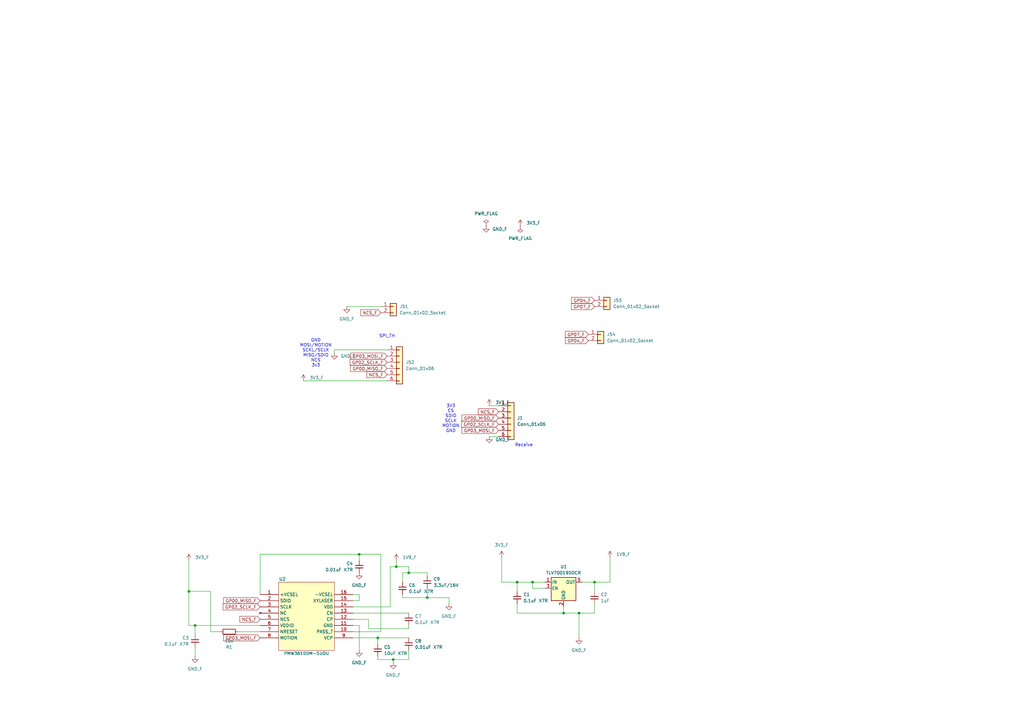
<source format=kicad_sch>
(kicad_sch (version 20250114) (generator "eeschema") (generator_version "9.0")
  (paper "A3")
  (lib_symbols
    (symbol "Connector_Generic:Conn_01x02" (pin_names (offset 1.016) (hide yes))
      (property "Reference" "J" (at 0 2.54 0))
      (property "Value" "Conn_01x02" (at 0 -5.08 0))
      (symbol "Conn_01x02_1_1"
        (rectangle (start -1.27 1.27) (end 1.27 -3.81) (stroke (width 0.254)) (fill (type background)))
        (rectangle (start -1.27 0.127) (end 0 -0.127) (stroke (width 0.1524)))
        (rectangle (start -1.27 -2.413) (end 0 -2.667) (stroke (width 0.1524)))
        (pin passive line (at -5.08 0 0) (length 3.81) (name "Pin_1") (number "1"))
        (pin passive line (at -5.08 -2.54 0) (length 3.81) (name "Pin_2") (number "2"))
      )
    )
    (symbol "Connector_Generic:Conn_01x06" (pin_names (offset 1.016) (hide yes))
      (property "Reference" "J" (at 0 7.62 0))
      (property "Value" "Conn_01x06" (at 0 -10.16 0))
      (symbol "Conn_01x06_1_1"
        (rectangle (start -1.27 6.35) (end 1.27 -8.89) (stroke (width 0.254)) (fill (type background)))
        (rectangle (start -1.27 5.207) (end 0 4.953) (stroke (width 0.1524)))
        (rectangle (start -1.27 2.667) (end 0 2.413) (stroke (width 0.1524)))
        (rectangle (start -1.27 0.127) (end 0 -0.127) (stroke (width 0.1524)))
        (rectangle (start -1.27 -2.413) (end 0 -2.667) (stroke (width 0.1524)))
        (rectangle (start -1.27 -4.953) (end 0 -5.207) (stroke (width 0.1524)))
        (rectangle (start -1.27 -7.493) (end 0 -7.747) (stroke (width 0.1524)))
        (pin passive line (at -5.08 5.08 0) (length 3.81) (name "Pin_1") (number "1"))
        (pin passive line (at -5.08 2.54 0) (length 3.81) (name "Pin_2") (number "2"))
        (pin passive line (at -5.08 0 0) (length 3.81) (name "Pin_3") (number "3"))
        (pin passive line (at -5.08 -2.54 0) (length 3.81) (name "Pin_4") (number "4"))
        (pin passive line (at -5.08 -5.08 0) (length 3.81) (name "Pin_5") (number "5"))
        (pin passive line (at -5.08 -7.62 0) (length 3.81) (name "Pin_6") (number "6"))
      )
    )
    (symbol "Device:C_Small" (pin_numbers (hide yes)) (pin_names (offset 0.254) (hide yes))
      (property "Reference" "C" (at 0.254 1.778 0))
      (property "Value" "C_Small" (at 0.254 -2.032 0))
      (symbol "C_Small_0_1"
        (polyline (pts (xy -1.524 0.508) (xy 1.524 0.508)) (stroke (width 0.3048)))
        (polyline (pts (xy -1.524 -0.508) (xy 1.524 -0.508)) (stroke (width 0.3302)))
      )
      (symbol "C_Small_1_1"
        (pin passive line (at 0 2.54 270) (length 2.032) (name "~") (number "1"))
        (pin passive line (at 0 -2.54 90) (length 2.032) (name "~") (number "2"))
      )
    )
    (symbol "Device:R" (pin_numbers (hide yes)) (pin_names (offset 0))
      (property "Reference" "R" (at 2.032 0 90))
      (property "Value" "R" (at 0 0 90))
      (symbol "R_0_1"
        (rectangle (start -1.016 -2.54) (end 1.016 2.54) (stroke (width 0.254)))
      )
      (symbol "R_1_1"
        (pin passive line (at 0 3.81 270) (length 1.27) (name "~") (number "1"))
        (pin passive line (at 0 -3.81 90) (length 1.27) (name "~") (number "2"))
      )
    )
    (symbol "Regulator_Linear:TLV70019_SOT23-5" (pin_names (offset 0.254))
      (property "Reference" "U" (at -3.81 5.715 0))
      (property "Value" "TLV70019_SOT23-5" (at 0 5.715 0))
      (symbol "TLV70019_SOT23-5_0_1"
        (rectangle (start -5.08 4.445) (end 5.08 -5.08) (stroke (width 0.254)) (fill (type background)))
      )
      (symbol "TLV70019_SOT23-5_1_1"
        (pin power_in line (at -7.62 2.54 0) (length 2.54) (name "IN") (number "1"))
        (pin input line (at -7.62 0 0) (length 2.54) (name "EN") (number "3"))
        (pin power_in line (at 0 -7.62 90) (length 2.54) (name "GND") (number "2"))
        (pin no_connect line (at 5.08 0 180) (length 2.54) (hide yes) (name "NC") (number "4"))
        (pin power_out line (at 7.62 2.54 180) (length 2.54) (name "OUT") (number "5"))
      )
    )
    (symbol "power:+1V8" (power) (pin_numbers (hide yes)) (pin_names (offset 0) (hide yes))
      (property "Value" "+1V8" (at 0 3.556 0))
      (symbol "+1V8_0_1"
        (polyline (pts (xy -0.762 1.27) (xy 0 2.54)))
        (polyline (pts (xy 0 2.54) (xy 0.762 1.27)))
        (polyline (pts (xy 0 0) (xy 0 2.54)))
      )
      (symbol "+1V8_1_1"
        (pin power_in line (at 0 0 90) (length 0) (name "~") (number "1"))
      )
    )
    (symbol "power:+3.3V" (power) (pin_numbers (hide yes)) (pin_names (offset 0) (hide yes))
      (property "Value" "+3.3V" (at 0 3.556 0))
      (symbol "+3.3V_0_1"
        (polyline (pts (xy -0.762 1.27) (xy 0 2.54)))
        (polyline (pts (xy 0 2.54) (xy 0.762 1.27)))
        (polyline (pts (xy 0 0) (xy 0 2.54)))
      )
      (symbol "+3.3V_1_1"
        (pin power_in line (at 0 0 90) (length 0) (name "~") (number "1"))
      )
    )
    (symbol "power:GND" (power) (pin_numbers (hide yes)) (pin_names (offset 0) (hide yes))
      (property "Value" "GND" (at 0 -3.81 0))
      (symbol "GND_0_1"
        (polyline (pts (xy 0 0) (xy 0 -1.27) (xy 1.27 -1.27) (xy 0 -2.54) (xy -1.27 -1.27) (xy 0 -1.27)))
      )
      (symbol "GND_1_1"
        (pin power_in line (at 0 0 270) (length 0) (name "~") (number "1"))
      )
    )
    (symbol "power:PWR_FLAG" (power) (pin_numbers (hide yes)) (pin_names (offset 0) (hide yes))
      (property "Value" "PWR_FLAG" (at 0 3.81 0))
      (symbol "PWR_FLAG_0_0"
        (pin power_out line (at 0 0 90) (length 0) (name "~") (number "1"))
      )
      (symbol "PWR_FLAG_0_1"
        (polyline (pts (xy 0 0) (xy 0 1.27) (xy -1.016 1.905) (xy 0 2.54) (xy 1.016 1.905) (xy 0 1.27)))
      )
    )
    (symbol "power:VCC" (power) (pin_numbers (hide yes)) (pin_names (offset 0) (hide yes))
      (property "Value" "VCC" (at 0 3.556 0))
      (symbol "VCC_0_1"
        (polyline (pts (xy -0.762 1.27) (xy 0 2.54)))
        (polyline (pts (xy 0 2.54) (xy 0.762 1.27)))
        (polyline (pts (xy 0 0) (xy 0 2.54)))
      )
      (symbol "VCC_1_1"
        (pin power_in line (at 0 0 90) (length 0) (name "~") (number "1"))
      )
    )
    (symbol "seiboku-symbols:PMW3610-SUDU"
      (property "Reference" "U" (at -10.668 15.24 0))
      (symbol "PMW3610-SUDU_1_0"
        (rectangle (start -11.43 13.97) (end 11.43 -13.97) (fill (type background)))
      )
      (symbol "PMW3610-SUDU_1_1"
        (pin power_in line (at -19.05 8.89 0) (length 7.62) (name "+VCSEL") (number "1"))
        (pin bidirectional line (at -19.05 6.35 0) (length 7.62) (name "SDIO") (number "2"))
        (pin input line (at -19.05 3.81 0) (length 7.62) (name "SCLK") (number "3"))
        (pin no_connect line (at -19.05 1.27 0) (length 7.62) (name "NC") (number "4"))
        (pin input line (at -19.05 -1.27 0) (length 7.62) (name "NCS") (number "5"))
        (pin power_in line (at -19.05 -3.81 0) (length 7.62) (name "VDDIO") (number "6"))
        (pin input line (at -19.05 -6.35 0) (length 7.62) (name "NRESET") (number "7"))
        (pin output line (at -19.05 -8.89 0) (length 7.62) (name "MOTION") (number "8"))
        (pin power_in line (at 19.05 8.89 180) (length 7.62) (name "-VCSEL") (number "16"))
        (pin power_in line (at 19.05 6.35 180) (length 7.62) (name "XYLASER") (number "15"))
        (pin power_in line (at 19.05 3.81 180) (length 7.62) (name "VDD") (number "14"))
        (pin power_in line (at 19.05 1.27 180) (length 7.62) (name "CN") (number "13"))
        (pin power_out line (at 19.05 -1.27 180) (length 7.62) (name "CP") (number "12"))
        (pin power_in line (at 19.05 -3.81 180) (length 7.62) (name "GND") (number "11"))
        (pin power_in line (at 19.05 -6.35 180) (length 7.62) (name "PASS_T") (number "10"))
        (pin power_out line (at 19.05 -8.89 180) (length 7.62) (name "VCP") (number "9"))
      )
    )
  )
  (text "SPI_TH" (at 158.75 137.922 0) (effects (font (size 1.27 1.27))))
  (text "Receive" (at 214.884 182.626 0) (effects (font (size 1.27 1.27))))
  (text "3V3\nCS\nSDIO\nSCLK\nMOTION\nGND" (at 184.912 171.704 0) (effects (font (size 1.27 1.27))))
  (text "GND\nMOSI/MOTION\nSCKL/SCLK\nMISO/SDIO\nNCS\n3v3" (at 129.54 144.78 0) (effects (font (size 1.27 1.27))))
  (junction (at 231.14 251.46))
  (junction (at 243.84 238.76))
  (junction (at 162.56 232.41))
  (junction (at 147.32 227.33))
  (junction (at 161.29 270.51))
  (junction (at 77.47 242.57))
  (junction (at 212.09 238.76))
  (junction (at 237.49 251.46))
  (junction (at 218.44 238.76))
  (junction (at 80.01 256.54))
  (junction (at 167.64 234.95))
  (junction (at 154.94 261.62))
  (junction (at 175.26 245.11))
  (wire (pts (xy 160.02 232.41) (xy 162.56 232.41)))
  (wire (pts (xy 147.32 256.54) (xy 147.32 266.7)))
  (wire (pts (xy 161.29 270.51) (xy 167.64 270.51)))
  (wire (pts (xy 167.64 257.81) (xy 167.64 256.54)))
  (wire (pts (xy 156.21 259.08) (xy 144.78 259.08)))
  (wire (pts (xy 175.26 241.3) (xy 175.26 245.11)))
  (wire (pts (xy 243.84 247.65) (xy 243.84 251.46)))
  (wire (pts (xy 151.13 254) (xy 144.78 254)))
  (wire (pts (xy 77.47 242.57) (xy 77.47 256.54)))
  (wire (pts (xy 167.64 270.51) (xy 167.64 266.7)))
  (wire (pts (xy 223.52 238.76) (xy 218.44 238.76)))
  (wire (pts (xy 212.09 238.76) (xy 212.09 242.57)))
  (wire (pts (xy 175.26 245.11) (xy 184.15 245.11)))
  (wire (pts (xy 80.01 256.54) (xy 106.68 256.54)))
  (wire (pts (xy 158.75 143.51) (xy 137.16 143.51)))
  (wire (pts (xy 106.68 243.84) (xy 106.68 227.33)))
  (wire (pts (xy 218.44 241.3) (xy 218.44 238.76)))
  (wire (pts (xy 250.19 238.76) (xy 250.19 228.6)))
  (wire (pts (xy 147.32 227.33) (xy 147.32 229.87)))
  (wire (pts (xy 162.56 232.41) (xy 167.64 232.41)))
  (wire (pts (xy 161.29 270.51) (xy 161.29 271.78)))
  (wire (pts (xy 212.09 247.65) (xy 212.09 251.46)))
  (wire (pts (xy 86.36 242.57) (xy 77.47 242.57)))
  (wire (pts (xy 162.56 229.87) (xy 162.56 232.41)))
  (wire (pts (xy 223.52 241.3) (xy 218.44 241.3)))
  (wire (pts (xy 184.15 247.65) (xy 184.15 245.11)))
  (wire (pts (xy 167.64 234.95) (xy 165.1 234.95)))
  (wire (pts (xy 165.1 234.95) (xy 165.1 238.76)))
  (wire (pts (xy 151.13 257.81) (xy 151.13 254)))
  (wire (pts (xy 218.44 238.76) (xy 212.09 238.76)))
  (wire (pts (xy 144.78 248.92) (xy 160.02 248.92)))
  (wire (pts (xy 97.79 259.08) (xy 106.68 259.08)))
  (wire (pts (xy 156.21 227.33) (xy 156.21 259.08)))
  (wire (pts (xy 165.1 243.84) (xy 165.1 245.11)))
  (wire (pts (xy 147.32 243.84) (xy 147.32 246.38)))
  (wire (pts (xy 167.64 234.95) (xy 175.26 234.95)))
  (wire (pts (xy 90.17 259.08) (xy 86.36 259.08)))
  (wire (pts (xy 144.78 243.84) (xy 147.32 243.84)))
  (wire (pts (xy 106.68 227.33) (xy 147.32 227.33)))
  (wire (pts (xy 160.02 248.92) (xy 160.02 232.41)))
  (wire (pts (xy 231.14 251.46) (xy 231.14 248.92)))
  (wire (pts (xy 237.49 251.46) (xy 237.49 261.62)))
  (wire (pts (xy 204.47 166.37) (xy 200.66 166.37)))
  (wire (pts (xy 77.47 256.54) (xy 80.01 256.54)))
  (wire (pts (xy 243.84 251.46) (xy 237.49 251.46)))
  (wire (pts (xy 144.78 251.46) (xy 167.64 251.46)))
  (wire (pts (xy 137.16 143.51) (xy 137.16 144.78)))
  (wire (pts (xy 154.94 269.24) (xy 154.94 270.51)))
  (wire (pts (xy 144.78 261.62) (xy 154.94 261.62)))
  (wire (pts (xy 167.64 257.81) (xy 151.13 257.81)))
  (wire (pts (xy 80.01 256.54) (xy 80.01 260.35)))
  (wire (pts (xy 147.32 246.38) (xy 144.78 246.38)))
  (wire (pts (xy 124.46 156.21) (xy 158.75 156.21)))
  (wire (pts (xy 200.66 179.07) (xy 204.47 179.07)))
  (wire (pts (xy 238.76 238.76) (xy 243.84 238.76)))
  (wire (pts (xy 167.64 232.41) (xy 167.64 234.95)))
  (wire (pts (xy 231.14 251.46) (xy 237.49 251.46)))
  (wire (pts (xy 142.24 125.73) (xy 156.21 125.73)))
  (wire (pts (xy 205.74 238.76) (xy 205.74 228.6)))
  (wire (pts (xy 212.09 251.46) (xy 231.14 251.46)))
  (wire (pts (xy 86.36 259.08) (xy 86.36 242.57)))
  (wire (pts (xy 243.84 238.76) (xy 250.19 238.76)))
  (wire (pts (xy 80.01 265.43) (xy 80.01 269.24)))
  (wire (pts (xy 175.26 236.22) (xy 175.26 234.95)))
  (wire (pts (xy 243.84 238.76) (xy 243.84 242.57)))
  (wire (pts (xy 77.47 229.87) (xy 77.47 242.57)))
  (wire (pts (xy 154.94 270.51) (xy 161.29 270.51)))
  (wire (pts (xy 212.09 238.76) (xy 205.74 238.76)))
  (wire (pts (xy 165.1 245.11) (xy 175.26 245.11)))
  (wire (pts (xy 144.78 256.54) (xy 147.32 256.54)))
  (wire (pts (xy 154.94 261.62) (xy 154.94 264.16)))
  (wire (pts (xy 154.94 261.62) (xy 167.64 261.62)))
  (wire (pts (xy 147.32 227.33) (xy 156.21 227.33)))
  (global_label "NCS_F" (shape input) (at 106.68 254 180) (property "Intersheetrefs" "${INTERSHEET_REFS}" (effects (hide yes))))
  (global_label "GP04_F" (shape input) (at 243.84 123.19 180) (property "Intersheetrefs" "${INTERSHEET_REFS}" (effects (hide yes))))
  (global_label "GP03_MOSI_F" (shape input) (at 204.47 176.53 180) (property "Intersheetrefs" "${INTERSHEET_REFS}" (effects (hide yes))))
  (global_label "GP03_MOSI_F" (shape input) (at 106.68 261.62 180) (property "Intersheetrefs" "${INTERSHEET_REFS}" (effects (hide yes))))
  (global_label "GP02_SCLK_F" (shape input) (at 158.75 148.59 180) (property "Intersheetrefs" "${INTERSHEET_REFS}" (effects (hide yes))))
  (global_label "GP02_SCLK_F" (shape input) (at 106.68 248.92 180) (property "Intersheetrefs" "${INTERSHEET_REFS}" (effects (hide yes))))
  (global_label "GP00_MISO_F" (shape input) (at 158.75 151.13 180) (property "Intersheetrefs" "${INTERSHEET_REFS}" (effects (hide yes))))
  (global_label "GP00_MISO_F" (shape input) (at 106.68 246.38 180) (property "Intersheetrefs" "${INTERSHEET_REFS}" (effects (hide yes))))
  (global_label "NCS_F" (shape input) (at 156.21 128.27 180) (property "Intersheetrefs" "${INTERSHEET_REFS}" (effects (hide yes))))
  (global_label "GP07_F" (shape input) (at 243.84 125.73 180) (property "Intersheetrefs" "${INTERSHEET_REFS}" (effects (hide yes))))
  (global_label "GP04_F" (shape input) (at 241.3 139.7 180) (property "Intersheetrefs" "${INTERSHEET_REFS}" (effects (hide yes))))
  (global_label "NCS_F" (shape input) (at 158.75 153.67 180) (property "Intersheetrefs" "${INTERSHEET_REFS}" (effects (hide yes))))
  (global_label "GP07_F" (shape input) (at 241.3 137.16 180) (property "Intersheetrefs" "${INTERSHEET_REFS}" (effects (hide yes))))
  (global_label "GP03_MOSI_F" (shape input) (at 158.75 146.05 180) (property "Intersheetrefs" "${INTERSHEET_REFS}" (effects (hide yes))))
  (global_label "GP02_SCLK_F" (shape input) (at 204.47 173.99 180) (property "Intersheetrefs" "${INTERSHEET_REFS}" (effects (hide yes))))
  (global_label "NCS_F" (shape input) (at 204.47 168.91 180) (property "Intersheetrefs" "${INTERSHEET_REFS}" (effects (hide yes))))
  (global_label "GP00_MISO_F" (shape input) (at 204.47 171.45 180) (property "Intersheetrefs" "${INTERSHEET_REFS}" (effects (hide yes))))
  (symbol (lib_id "Connector_Generic:Conn_01x02") (at 248.92 123.19 0) (unit 1)
    (property "Reference" "J53" (at 251.46 123.1899 0) (effects (justify left)))
    (property "Value" "Conn_01x02_Socket" (at 251.46 125.7299 0) (effects (justify left)))
    (property "Footprint" "Connector_PinHeader_2.54mm:PinHeader_1x02_P2.54mm_Horizontal" (effects (hide yes)))
    (property "Description" "Generic connector, single row, 01x02, script generated (kicad-library-utils/schlib/autogen/connector/)" (effects (hide yes)))
  )
  (symbol (lib_id "Device:C_Small") (at 243.84 245.11 0) (unit 1)
    (property "Reference" "C2" (at 246.38 243.8462 0) (effects (justify left)))
    (property "Value" "1uF" (at 246.38 246.3862 0) (effects (justify left)))
    (property "Footprint" "Capacitor_SMD:C_0805_2012Metric_Pad1.18x1.45mm_HandSolder" (effects (hide yes)))
    (property "Datasheet" "https://www.zaikostore.com/zaikostore/stockDetail?productIdOfHitotsukara=pr15192734&productName_forFind=MSASL219SB5105KTNA01+(LMK212BJ105KD-T)&typeStock_forFind=all" (effects (hide yes)))
    (property "Description" "Unpolarized capacitor, small symbol" (effects (hide yes)))
  )
  (symbol (lib_id "power:GND") (at 184.15 247.65 0) (unit 1)
    (property "Reference" "#PWR01" (effects (hide yes)))
    (property "Value" "GND_F" (at 184.15 252.73 0))
    (property "Description" "Power symbol creates a global label with name \"GND\" , ground" (effects (hide yes)))
  )
  (symbol (lib_id "Device:C_Small") (at 80.01 262.89 0) (mirror y) (unit 1)
    (property "Reference" "C3" (at 77.47 261.6262 0) (effects (justify left)))
    (property "Value" "0.1uF X7R" (at 77.47 264.1662 0) (effects (justify left)))
    (property "Footprint" "Capacitor_SMD:C_0805_2012Metric_Pad1.18x1.45mm_HandSolder" (effects (hide yes)))
    (property "Datasheet" "https://www.zaikostore.com/zaikostore/stockDetail?productIdOfHitotsukara=pr18030662&productName_forFind=C0805C104J5RACAUTO&typeStock_forFind=all" (effects (hide yes)))
    (property "Description" "Unpolarized capacitor, small symbol" (effects (hide yes)))
  )
  (symbol (lib_id "power:+3.3V") (at 77.47 229.87 0) (unit 1)
    (property "Reference" "#PWR08" (effects (hide yes)))
    (property "Value" "3V3_F" (at 80.01 228.5999 0) (effects (justify left)))
    (property "Description" "Power symbol creates a global label with name \"+3.3V\"" (effects (hide yes)))
  )
  (symbol (lib_id "Regulator_Linear:TLV70019_SOT23-5") (at 231.14 241.3 0) (unit 1)
    (property "Reference" "U1" (at 231.14 232.41 0))
    (property "Value" "TLV70019DDCR" (at 231.14 234.95 0))
    (property "Footprint" "Package_TO_SOT_SMD:SOT-23-5_HandSoldering" (effects (hide yes)))
    (property "Datasheet" "http://www.ti.com/lit/ds/symlink/tlv700.pdf" (effects (hide yes)))
    (property "Description" "200mA Low Dropout Voltage Regulator, Fixed Output 1.9V, SOT-23-5" (effects (hide yes)))
  )
  (symbol (lib_id "Device:C_Small") (at 147.32 232.41 0) (mirror y) (unit 1)
    (property "Reference" "C4" (at 144.78 231.1462 0) (effects (justify left)))
    (property "Value" "0.01uF X7R" (at 144.78 233.6862 0) (effects (justify left)))
    (property "Footprint" "Capacitor_SMD:C_0805_2012Metric_Pad1.18x1.45mm_HandSolder" (effects (hide yes)))
    (property "Datasheet" "https://www.zaikostore.com/zaikostore/stockDetail?stockID=st39583481&productIdOfHitotsukara=pr13857527&qtyProductAll=3450.0" (effects (hide yes)))
    (property "Description" "Unpolarized capacitor, small symbol" (effects (hide yes)))
  )
  (symbol (lib_id "Device:R") (at 93.98 259.08 270) (mirror x) (unit 1)
    (property "Reference" "R1" (at 93.98 265.43 90))
    (property "Value" "10k" (at 93.98 262.89 90))
    (property "Footprint" "Resistor_SMD:R_0805_2012Metric_Pad1.20x1.40mm_HandSolder" (effects (hide yes)))
    (property "Datasheet" "https://www.zaikostore.com/zaikostore/stockDetail?stockID=st49073235&productIdOfHitotsukara=pr4066689&qtyProductAll=118737.0" (effects (hide yes)))
    (property "Description" "Resistor" (effects (hide yes)))
  )
  (symbol (lib_id "power:GND") (at 147.32 234.95 0) (unit 1)
    (property "Reference" "#PWR010" (effects (hide yes)))
    (property "Value" "GND_F" (at 147.32 240.03 0))
    (property "Description" "Power symbol creates a global label with name \"GND\" , ground" (effects (hide yes)))
  )
  (symbol (lib_id "power:GND") (at 80.01 269.24 0) (unit 1)
    (property "Reference" "#PWR09" (effects (hide yes)))
    (property "Value" "GND_F" (at 80.01 274.32 0))
    (property "Description" "Power symbol creates a global label with name \"GND\" , ground" (effects (hide yes)))
  )
  (symbol (lib_id "power:GND") (at 147.32 266.7 0) (unit 1)
    (property "Reference" "#PWR011" (effects (hide yes)))
    (property "Value" "GND_F" (at 147.32 271.78 0))
    (property "Description" "Power symbol creates a global label with name \"GND\" , ground" (effects (hide yes)))
  )
  (symbol (lib_id "power:GND") (at 199.39 92.71 0) (unit 1)
    (property "Reference" "#PWR06" (effects (hide yes)))
    (property "Value" "GND_F" (at 201.93 93.9799 0) (effects (justify left)))
    (property "Description" "Power symbol creates a global label with name \"GND\" , ground" (effects (hide yes)))
  )
  (symbol (lib_id "Connector_Generic:Conn_01x06") (at 163.83 148.59 0) (unit 1)
    (property "Reference" "J52" (at 166.37 148.5899 0) (effects (justify left)))
    (property "Value" "Conn_01x06" (at 166.37 151.1299 0) (effects (justify left)))
    (property "Footprint" "Connector_PinHeader_2.54mm:PinHeader_1x06_P2.54mm_Horizontal" (effects (hide yes)))
    (property "Description" "Generic connector, single row, 01x06, script generated (kicad-library-utils/schlib/autogen/connector/)" (effects (hide yes)))
  )
  (symbol (lib_id "Connector_Generic:Conn_01x02") (at 161.29 125.73 0) (unit 1)
    (property "Reference" "J51" (at 163.83 125.7299 0) (effects (justify left)))
    (property "Value" "Conn_01x02_Socket" (at 163.83 128.2699 0) (effects (justify left)))
    (property "Footprint" "Connector_PinHeader_2.54mm:PinHeader_1x02_P2.54mm_Horizontal" (effects (hide yes)))
    (property "Description" "Generic connector, single row, 01x02, script generated (kicad-library-utils/schlib/autogen/connector/)" (effects (hide yes)))
  )
  (symbol (lib_id "Device:C_Small") (at 167.64 254 0) (unit 1)
    (property "Reference" "C7" (at 170.18 252.7362 0) (effects (justify left)))
    (property "Value" "0.1uF X7R" (at 170.18 255.2762 0) (effects (justify left)))
    (property "Footprint" "Capacitor_SMD:C_0805_2012Metric_Pad1.18x1.45mm_HandSolder" (effects (hide yes)))
    (property "Datasheet" "https://www.zaikostore.com/zaikostore/stockDetail?productIdOfHitotsukara=pr18030662&productName_forFind=C0805C104J5RACAUTO&typeStock_forFind=all" (effects (hide yes)))
    (property "Description" "Unpolarized capacitor, small symbol" (effects (hide yes)))
  )
  (symbol (lib_id "power:GND") (at 237.49 261.62 0) (unit 1)
    (property "Reference" "#PWR03" (effects (hide yes)))
    (property "Value" "GND_F" (at 237.49 266.7 0))
    (property "Description" "Power symbol creates a global label with name \"GND\" , ground" (effects (hide yes)))
  )
  (symbol (lib_id "power:+1V8") (at 250.19 228.6 0) (unit 1)
    (property "Reference" "#PWR05" (effects (hide yes)))
    (property "Value" "1V9_F" (at 252.73 227.3299 0) (effects (justify left)))
    (property "Description" "Power symbol creates a global label with name \"+1V8\"" (effects (hide yes)))
  )
  (symbol (lib_id "Device:C_Small") (at 212.09 245.11 0) (unit 1)
    (property "Reference" "C1" (at 214.63 243.8462 0) (effects (justify left)))
    (property "Value" "0.1uF X7R" (at 214.63 246.3862 0) (effects (justify left)))
    (property "Footprint" "Capacitor_SMD:C_0805_2012Metric_Pad1.18x1.45mm_HandSolder" (effects (hide yes)))
    (property "Datasheet" "https://www.zaikostore.com/zaikostore/stockDetail?productIdOfHitotsukara=pr18030662&productName_forFind=C0805C104J5RACAUTO&typeStock_forFind=all" (effects (hide yes)))
    (property "Description" "Unpolarized capacitor, small symbol" (effects (hide yes)))
  )
  (symbol (lib_id "power:+3.3V") (at 205.74 228.6 0) (unit 1)
    (property "Reference" "#PWR02" (effects (hide yes)))
    (property "Value" "3V3_F" (at 205.74 223.52 0))
    (property "Description" "Power symbol creates a global label with name \"+3.3V\"" (effects (hide yes)))
  )
  (symbol (lib_id "Connector_Generic:Conn_01x02") (at 246.38 137.16 0) (unit 1)
    (property "Reference" "J54" (at 248.92 137.1599 0) (effects (justify left)))
    (property "Value" "Conn_01x02_Socket" (at 248.92 139.6999 0) (effects (justify left)))
    (property "Footprint" "Connector_PinHeader_2.54mm:PinHeader_1x02_P2.54mm_Horizontal" (effects (hide yes)))
    (property "Description" "Generic connector, single row, 01x02, script generated (kicad-library-utils/schlib/autogen/connector/)" (effects (hide yes)))
  )
  (symbol (lib_id "Device:C_Small") (at 154.94 266.7 0) (unit 1)
    (property "Reference" "C5" (at 157.48 265.4362 0) (effects (justify left)))
    (property "Value" "10uF X7R" (at 157.48 267.9762 0) (effects (justify left)))
    (property "Footprint" "Capacitor_SMD:C_0805_2012Metric_Pad1.18x1.45mm_HandSolder" (effects (hide yes)))
    (property "Datasheet" "https://www.zaikostore.com/zaikostore/stockDetail?stockID=st47356945&productIdOfHitotsukara=pr15192624&qtyProductAll=8270.0" (effects (hide yes)))
    (property "Description" "Unpolarized capacitor, small symbol" (effects (hide yes)))
  )
  (symbol (lib_id "Device:C_Small") (at 165.1 241.3 0) (unit 1)
    (property "Reference" "C6" (at 167.64 240.0362 0) (effects (justify left)))
    (property "Value" "0.1uF X7R" (at 167.64 242.5762 0) (effects (justify left)))
    (property "Footprint" "Capacitor_SMD:C_0805_2012Metric_Pad1.18x1.45mm_HandSolder" (effects (hide yes)))
    (property "Datasheet" "https://www.zaikostore.com/zaikostore/stockDetail?productIdOfHitotsukara=pr18030662&productName_forFind=C0805C104J5RACAUTO&typeStock_forFind=all" (effects (hide yes)))
    (property "Description" "Unpolarized capacitor, small symbol" (effects (hide yes)))
  )
  (symbol (lib_id "power:PWR_FLAG") (at 199.39 92.71 0) (unit 1)
    (property "Reference" "#FLG02" (effects (hide yes)))
    (property "Value" "PWR_FLAG" (at 199.39 87.63 0))
    (property "Description" "Special symbol for telling ERC where power comes from" (effects (hide yes)))
  )
  (symbol (lib_id "power:VCC") (at 124.46 156.21 0) (unit 1)
    (property "Reference" "#PWR028" (effects (hide yes)))
    (property "Value" "3V3_F" (at 127 154.9399 0) (effects (justify left)))
    (property "Description" "Power symbol creates a global label with name \"VCC\"" (effects (hide yes)))
  )
  (symbol (lib_id "Connector_Generic:Conn_01x06") (at 209.55 171.45 0) (unit 1)
    (property "Reference" "J1" (at 212.09 171.4499 0) (effects (justify left)))
    (property "Value" "Conn_01x06" (at 212.09 173.9899 0) (effects (justify left)))
    (property "Footprint" "Connector_FFC-FPC:Hirose_FH12-6S-0.5SH_1x06-1MP_P0.50mm_Horizontal" (effects (hide yes)))
    (property "Description" "Generic connector, single row, 01x06, script generated (kicad-library-utils/schlib/autogen/connector/)" (effects (hide yes)))
  )
  (symbol (lib_id "power:+1V8") (at 162.56 229.87 0) (unit 1)
    (property "Reference" "#PWR013" (effects (hide yes)))
    (property "Value" "1V9_F" (at 165.1 228.5999 0) (effects (justify left)))
    (property "Description" "Power symbol creates a global label with name \"+1V8\"" (effects (hide yes)))
  )
  (symbol (lib_id "power:GND") (at 142.24 125.73 0) (unit 1)
    (property "Reference" "#PWR04" (effects (hide yes)))
    (property "Value" "GND_F" (at 142.24 130.81 0))
    (property "Description" "Power symbol creates a global label with name \"GND\" , ground" (effects (hide yes)))
  )
  (symbol (lib_id "power:PWR_FLAG") (at 213.36 92.71 180) (unit 1)
    (property "Reference" "#FLG03" (effects (hide yes)))
    (property "Value" "PWR_FLAG" (at 213.36 97.79 0))
    (property "Description" "Special symbol for telling ERC where power comes from" (effects (hide yes)))
  )
  (symbol (lib_id "power:GND") (at 137.16 144.78 0) (unit 1)
    (property "Reference" "#PWR029" (effects (hide yes)))
    (property "Value" "GND_F" (at 139.7 146.0499 0) (effects (justify left)))
    (property "Description" "Power symbol creates a global label with name \"GND\" , ground" (effects (hide yes)))
  )
  (symbol (lib_id "Device:C_Small") (at 175.26 238.76 0) (mirror y) (unit 1)
    (property "Reference" "C9" (at 177.8 237.4962 0) (effects (justify right)))
    (property "Value" "3.3uF/16V" (at 177.8 240.0362 0) (effects (justify right)))
    (property "Footprint" "Capacitor_SMD:C_0805_2012Metric_Pad1.18x1.45mm_HandSolder" (effects (hide yes)))
    (property "Datasheet" "https://www.zaikostore.com/zaikostore/stockDetail?productIdOfHitotsukara=pr7759198&productName_forFind=C2012X5R1C335K060AC&typeStock_forFind=all" (effects (hide yes)))
    (property "Description" "Unpolarized capacitor, small symbol" (effects (hide yes)))
  )
  (symbol (lib_id "seiboku-symbols:PMW3610-SUDU") (at 125.73 252.73 0) (unit 1)
    (property "Reference" "U2" (at 115.824 237.49 0))
    (property "Value" "PMW3610DM-SUDU" (at 125.73 267.97 0))
    (property "Footprint" "Rikkodo_FootPrint:PMW3610DM-SUDU" (effects (hide yes)))
  )
  (symbol (lib_id "Device:C_Small") (at 167.64 264.16 0) (unit 1)
    (property "Reference" "C8" (at 170.18 262.8962 0) (effects (justify left)))
    (property "Value" "0.01uF X7R" (at 170.18 265.4362 0) (effects (justify left)))
    (property "Footprint" "Capacitor_SMD:C_0805_2012Metric_Pad1.18x1.45mm_HandSolder" (effects (hide yes)))
    (property "Datasheet" "https://www.zaikostore.com/zaikostore/stockDetail?stockID=st39583481&productIdOfHitotsukara=pr13857527&qtyProductAll=3450.0" (effects (hide yes)))
    (property "Description" "Unpolarized capacitor, small symbol" (effects (hide yes)))
  )
  (symbol (lib_id "power:GND") (at 200.66 179.07 0) (unit 1)
    (property "Reference" "#PWR026" (effects (hide yes)))
    (property "Value" "GND_F" (at 203.2 180.34 0) (effects (justify left)))
    (property "Description" "Power symbol creates a global label with name \"GND\" , ground" (effects (hide yes)))
  )
  (symbol (lib_id "power:GND") (at 161.29 271.78 0) (unit 1)
    (property "Reference" "#PWR012" (effects (hide yes)))
    (property "Value" "GND_F" (at 161.29 276.86 0))
    (property "Description" "Power symbol creates a global label with name \"GND\" , ground" (effects (hide yes)))
  )
  (symbol (lib_id "power:VCC") (at 213.36 92.71 0) (unit 1)
    (property "Reference" "#PWR014" (effects (hide yes)))
    (property "Value" "3V3_F" (at 215.9 91.4399 0) (effects (justify left)))
    (property "Description" "Power symbol creates a global label with name \"VCC\"" (effects (hide yes)))
  )
  (symbol (lib_id "power:VCC") (at 200.66 166.37 0) (unit 1)
    (property "Reference" "#PWR020" (effects (hide yes)))
    (property "Value" "3V3_F" (at 203.2 165.0999 0) (effects (justify left)))
    (property "Description" "Power symbol creates a global label with name \"VCC\"" (effects (hide yes)))
  )
)
</source>
